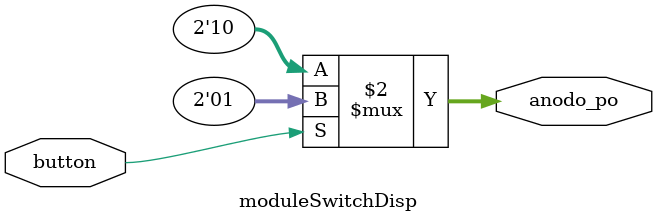
<source format=sv>
module moduleSwitchDisp(
    input logic [0:0] button,
    output logic [1:0] anodo_po  
);
    // boton encendido muestra unidades y apagado las decenas
    assign anodo_po = button == 1'b1 ? 2'b01:2'b10;

endmodule
</source>
